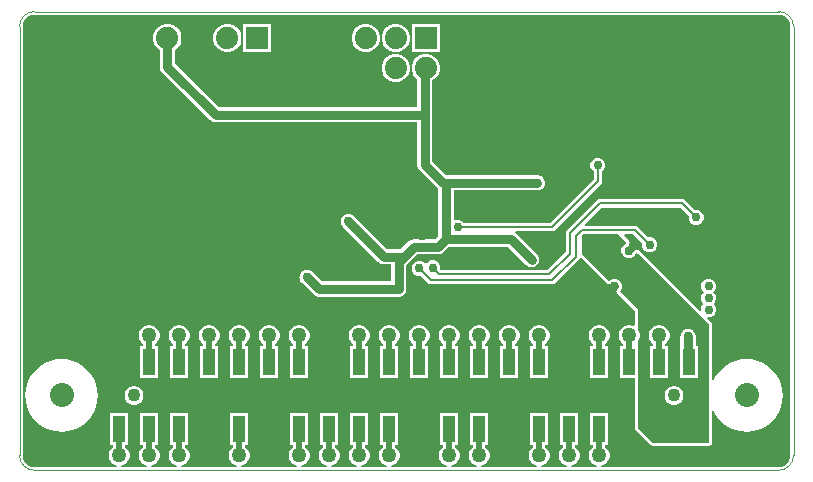
<source format=gbl>
G04*
G04 #@! TF.GenerationSoftware,Altium Limited,Altium Designer,22.2.1 (43)*
G04*
G04 Layer_Physical_Order=2*
G04 Layer_Color=16711680*
%FSLAX25Y25*%
%MOIN*%
G70*
G04*
G04 #@! TF.SameCoordinates,9D487286-0820-45C8-B7CC-BF608446F30D*
G04*
G04*
G04 #@! TF.FilePolarity,Positive*
G04*
G01*
G75*
%ADD15C,0.00800*%
%ADD17C,0.00100*%
%ADD52C,0.03000*%
%ADD54C,0.01968*%
%ADD55C,0.07400*%
%ADD56R,0.07400X0.07400*%
%ADD57C,0.08000*%
%ADD58C,0.04291*%
%ADD59C,0.03000*%
%ADD60C,0.05000*%
%ADD61R,0.04016X0.08740*%
G36*
X354031Y251801D02*
X354992Y251403D01*
X355817Y250770D01*
X356450Y249945D01*
X356848Y248984D01*
X356979Y247990D01*
X356975Y247953D01*
Y105000D01*
X356979Y104963D01*
X356848Y103969D01*
X356450Y103008D01*
X355817Y102183D01*
X354992Y101550D01*
X354031Y101152D01*
X353037Y101021D01*
X353000Y101025D01*
X293795D01*
X293729Y101525D01*
X294524Y101739D01*
X295322Y102199D01*
X295974Y102851D01*
X296435Y103649D01*
X296673Y104539D01*
Y105461D01*
X296435Y106351D01*
X295974Y107149D01*
X295322Y107801D01*
X295196Y107873D01*
Y108508D01*
X296181D01*
Y119248D01*
X290165D01*
Y108508D01*
X291150D01*
Y107873D01*
X291024Y107801D01*
X290372Y107149D01*
X289912Y106351D01*
X289673Y105461D01*
Y104539D01*
X289912Y103649D01*
X290372Y102851D01*
X291024Y102199D01*
X291822Y101739D01*
X292617Y101525D01*
X292551Y101025D01*
X283795D01*
X283729Y101525D01*
X284524Y101739D01*
X285322Y102199D01*
X285974Y102851D01*
X286435Y103649D01*
X286673Y104539D01*
Y105461D01*
X286435Y106351D01*
X285974Y107149D01*
X285322Y107801D01*
X285196Y107873D01*
Y108508D01*
X286181D01*
Y119248D01*
X280165D01*
Y108508D01*
X281150D01*
Y107873D01*
X281024Y107801D01*
X280373Y107149D01*
X279912Y106351D01*
X279673Y105461D01*
Y104539D01*
X279912Y103649D01*
X280373Y102851D01*
X281024Y102199D01*
X281822Y101739D01*
X282617Y101525D01*
X282551Y101025D01*
X273795D01*
X273729Y101525D01*
X274524Y101739D01*
X275322Y102199D01*
X275974Y102851D01*
X276435Y103649D01*
X276673Y104539D01*
Y105461D01*
X276435Y106351D01*
X275974Y107149D01*
X275322Y107801D01*
X275196Y107873D01*
Y108508D01*
X276181D01*
Y119248D01*
X270165D01*
Y108508D01*
X271150D01*
Y107873D01*
X271024Y107801D01*
X270373Y107149D01*
X269912Y106351D01*
X269673Y105461D01*
Y104539D01*
X269912Y103649D01*
X270373Y102851D01*
X271024Y102199D01*
X271822Y101739D01*
X272617Y101525D01*
X272551Y101025D01*
X253795D01*
X253729Y101525D01*
X254524Y101739D01*
X255322Y102199D01*
X255974Y102851D01*
X256435Y103649D01*
X256673Y104539D01*
Y105461D01*
X256435Y106351D01*
X255974Y107149D01*
X255322Y107801D01*
X255196Y107873D01*
Y108508D01*
X256181D01*
Y119248D01*
X250165D01*
Y108508D01*
X251150D01*
Y107873D01*
X251024Y107801D01*
X250373Y107149D01*
X249912Y106351D01*
X249673Y105461D01*
Y104539D01*
X249912Y103649D01*
X250373Y102851D01*
X251024Y102199D01*
X251822Y101739D01*
X252617Y101525D01*
X252551Y101025D01*
X243795D01*
X243729Y101525D01*
X244524Y101739D01*
X245322Y102199D01*
X245974Y102851D01*
X246435Y103649D01*
X246673Y104539D01*
Y105461D01*
X246435Y106351D01*
X245974Y107149D01*
X245322Y107801D01*
X245196Y107873D01*
Y108508D01*
X246181D01*
Y119248D01*
X240165D01*
Y108508D01*
X241150D01*
Y107873D01*
X241024Y107801D01*
X240372Y107149D01*
X239912Y106351D01*
X239673Y105461D01*
Y104539D01*
X239912Y103649D01*
X240372Y102851D01*
X241024Y102199D01*
X241822Y101739D01*
X242617Y101525D01*
X242551Y101025D01*
X223795D01*
X223729Y101525D01*
X224524Y101739D01*
X225322Y102199D01*
X225974Y102851D01*
X226435Y103649D01*
X226673Y104539D01*
Y105461D01*
X226435Y106351D01*
X225974Y107149D01*
X225322Y107801D01*
X225196Y107873D01*
Y108508D01*
X226181D01*
Y119248D01*
X220165D01*
Y108508D01*
X221150D01*
Y107873D01*
X221024Y107801D01*
X220373Y107149D01*
X219912Y106351D01*
X219673Y105461D01*
Y104539D01*
X219912Y103649D01*
X220373Y102851D01*
X221024Y102199D01*
X221822Y101739D01*
X222617Y101525D01*
X222551Y101025D01*
X213795D01*
X213729Y101525D01*
X214524Y101739D01*
X215322Y102199D01*
X215974Y102851D01*
X216435Y103649D01*
X216673Y104539D01*
Y105461D01*
X216435Y106351D01*
X215974Y107149D01*
X215322Y107801D01*
X215196Y107873D01*
Y108508D01*
X216181D01*
Y119248D01*
X210165D01*
Y108508D01*
X211150D01*
Y107873D01*
X211024Y107801D01*
X210372Y107149D01*
X209912Y106351D01*
X209673Y105461D01*
Y104539D01*
X209912Y103649D01*
X210372Y102851D01*
X211024Y102199D01*
X211822Y101739D01*
X212617Y101525D01*
X212551Y101025D01*
X203795D01*
X203729Y101525D01*
X204524Y101739D01*
X205322Y102199D01*
X205974Y102851D01*
X206435Y103649D01*
X206673Y104539D01*
Y105461D01*
X206435Y106351D01*
X205974Y107149D01*
X205322Y107801D01*
X205196Y107873D01*
Y108508D01*
X206181D01*
Y119248D01*
X200165D01*
Y108508D01*
X201150D01*
Y107873D01*
X201024Y107801D01*
X200373Y107149D01*
X199912Y106351D01*
X199673Y105461D01*
Y104539D01*
X199912Y103649D01*
X200373Y102851D01*
X201024Y102199D01*
X201822Y101739D01*
X202617Y101525D01*
X202551Y101025D01*
X193795D01*
X193729Y101525D01*
X194524Y101739D01*
X195322Y102199D01*
X195974Y102851D01*
X196435Y103649D01*
X196673Y104539D01*
Y105461D01*
X196435Y106351D01*
X195974Y107149D01*
X195322Y107801D01*
X195196Y107873D01*
Y108508D01*
X196181D01*
Y119248D01*
X190165D01*
Y108508D01*
X191150D01*
Y107873D01*
X191024Y107801D01*
X190373Y107149D01*
X189912Y106351D01*
X189673Y105461D01*
Y104539D01*
X189912Y103649D01*
X190373Y102851D01*
X191024Y102199D01*
X191822Y101739D01*
X192617Y101525D01*
X192551Y101025D01*
X173795D01*
X173729Y101525D01*
X174524Y101739D01*
X175322Y102199D01*
X175974Y102851D01*
X176435Y103649D01*
X176673Y104539D01*
Y105461D01*
X176435Y106351D01*
X175974Y107149D01*
X175322Y107801D01*
X175196Y107873D01*
Y108508D01*
X176181D01*
Y119248D01*
X170165D01*
Y108508D01*
X171150D01*
Y107873D01*
X171024Y107801D01*
X170372Y107149D01*
X169912Y106351D01*
X169673Y105461D01*
Y104539D01*
X169912Y103649D01*
X170372Y102851D01*
X171024Y102199D01*
X171822Y101739D01*
X172617Y101525D01*
X172551Y101025D01*
X153795D01*
X153729Y101525D01*
X154524Y101739D01*
X155322Y102199D01*
X155974Y102851D01*
X156435Y103649D01*
X156673Y104539D01*
Y105461D01*
X156435Y106351D01*
X155974Y107149D01*
X155322Y107801D01*
X155196Y107873D01*
Y108508D01*
X156181D01*
Y119248D01*
X150165D01*
Y108508D01*
X151150D01*
Y107873D01*
X151024Y107801D01*
X150373Y107149D01*
X149912Y106351D01*
X149673Y105461D01*
Y104539D01*
X149912Y103649D01*
X150373Y102851D01*
X151024Y102199D01*
X151822Y101739D01*
X152617Y101525D01*
X152551Y101025D01*
X143795D01*
X143729Y101525D01*
X144524Y101739D01*
X145322Y102199D01*
X145974Y102851D01*
X146435Y103649D01*
X146673Y104539D01*
Y105461D01*
X146435Y106351D01*
X145974Y107149D01*
X145322Y107801D01*
X145196Y107873D01*
Y108508D01*
X146181D01*
Y119248D01*
X140165D01*
Y108508D01*
X141150D01*
Y107873D01*
X141024Y107801D01*
X140373Y107149D01*
X139912Y106351D01*
X139673Y105461D01*
Y104539D01*
X139912Y103649D01*
X140373Y102851D01*
X141024Y102199D01*
X141822Y101739D01*
X142617Y101525D01*
X142551Y101025D01*
X133795D01*
X133729Y101525D01*
X134524Y101739D01*
X135322Y102199D01*
X135974Y102851D01*
X136435Y103649D01*
X136673Y104539D01*
Y105461D01*
X136435Y106351D01*
X135974Y107149D01*
X135322Y107801D01*
X135196Y107873D01*
Y108508D01*
X136181D01*
Y119248D01*
X130165D01*
Y108508D01*
X131150D01*
Y107873D01*
X131024Y107801D01*
X130373Y107149D01*
X129912Y106351D01*
X129673Y105461D01*
Y104539D01*
X129912Y103649D01*
X130373Y102851D01*
X131024Y102199D01*
X131822Y101739D01*
X132617Y101525D01*
X132551Y101025D01*
X105000D01*
X104963Y101021D01*
X103969Y101152D01*
X103008Y101550D01*
X102183Y102183D01*
X101550Y103008D01*
X101152Y103969D01*
X101021Y104963D01*
X101025Y105000D01*
Y247953D01*
X101021Y247990D01*
X101152Y248984D01*
X101550Y249945D01*
X102183Y250770D01*
X103008Y251403D01*
X103969Y251801D01*
X104963Y251932D01*
X105000Y251927D01*
X353000D01*
X353037Y251932D01*
X354031Y251801D01*
D02*
G37*
%LPC*%
G36*
X240094Y248795D02*
X230694D01*
Y239394D01*
X240094D01*
Y248795D01*
D02*
G37*
G36*
X226012D02*
X224775D01*
X223580Y248474D01*
X222508Y247855D01*
X221633Y246980D01*
X221014Y245909D01*
X220694Y244713D01*
Y243476D01*
X221014Y242280D01*
X221633Y241209D01*
X222508Y240334D01*
X223580Y239715D01*
X224775Y239394D01*
X226012D01*
X227208Y239715D01*
X228280Y240334D01*
X229155Y241209D01*
X229773Y242280D01*
X230094Y243476D01*
Y244713D01*
X229773Y245909D01*
X229155Y246980D01*
X228280Y247855D01*
X227208Y248474D01*
X226012Y248795D01*
D02*
G37*
G36*
X216013D02*
X214775D01*
X213580Y248474D01*
X212508Y247855D01*
X211633Y246980D01*
X211014Y245909D01*
X210694Y244713D01*
Y243476D01*
X211014Y242280D01*
X211633Y241209D01*
X212508Y240334D01*
X213580Y239715D01*
X214775Y239394D01*
X216013D01*
X217208Y239715D01*
X218280Y240334D01*
X219155Y241209D01*
X219773Y242280D01*
X220094Y243476D01*
Y244713D01*
X219773Y245909D01*
X219155Y246980D01*
X218280Y247855D01*
X217208Y248474D01*
X216013Y248795D01*
D02*
G37*
G36*
X183991D02*
X174591D01*
Y239394D01*
X183991D01*
Y248795D01*
D02*
G37*
G36*
X169910D02*
X168673D01*
X167477Y248474D01*
X166405Y247855D01*
X165530Y246980D01*
X164912Y245909D01*
X164591Y244713D01*
Y243476D01*
X164912Y242280D01*
X165530Y241209D01*
X166405Y240334D01*
X167477Y239715D01*
X168673Y239394D01*
X169910D01*
X171106Y239715D01*
X172177Y240334D01*
X173052Y241209D01*
X173671Y242280D01*
X173991Y243476D01*
Y244713D01*
X173671Y245909D01*
X173052Y246980D01*
X172177Y247855D01*
X171106Y248474D01*
X169910Y248795D01*
D02*
G37*
G36*
X226012Y238794D02*
X224775D01*
X223580Y238474D01*
X222508Y237855D01*
X221633Y236980D01*
X221014Y235909D01*
X220694Y234713D01*
Y233476D01*
X221014Y232280D01*
X221633Y231209D01*
X222508Y230334D01*
X223580Y229715D01*
X224775Y229395D01*
X226012D01*
X227208Y229715D01*
X228280Y230334D01*
X229155Y231209D01*
X229773Y232280D01*
X230094Y233476D01*
Y234713D01*
X229773Y235909D01*
X229155Y236980D01*
X228280Y237855D01*
X227208Y238474D01*
X226012Y238794D01*
D02*
G37*
G36*
X320897Y190404D02*
X320897Y190404D01*
X293369D01*
X293369Y190404D01*
X292822Y190295D01*
X292359Y189986D01*
X292359Y189986D01*
X285594Y183220D01*
X285408Y183096D01*
X285408Y183096D01*
X282455Y180143D01*
X282146Y179680D01*
X282037Y179134D01*
X282037Y179134D01*
Y172835D01*
X275984Y166782D01*
X240574D01*
X240295Y167061D01*
Y168040D01*
X239914Y168958D01*
X239211Y169662D01*
X238292Y170042D01*
X237297D01*
X236379Y169662D01*
X235748Y169031D01*
X235659Y168959D01*
X235144Y168982D01*
X234684Y169442D01*
X233765Y169823D01*
X232770D01*
X231852Y169442D01*
X231148Y168739D01*
X230768Y167820D01*
Y166825D01*
X231148Y165907D01*
X231852Y165203D01*
X232770Y164823D01*
X233749D01*
X236195Y162376D01*
X236195Y162376D01*
X236659Y162067D01*
X237205Y161958D01*
X277559D01*
X277559Y161958D01*
X278105Y162067D01*
X278568Y162376D01*
X286442Y170250D01*
X286442Y170250D01*
X286752Y170714D01*
X286757Y170740D01*
X287300Y170904D01*
X295740Y162464D01*
X296070Y162243D01*
X296461Y162165D01*
X296851Y162243D01*
X297182Y162464D01*
X297390Y162672D01*
X297934Y162898D01*
X298523D01*
X299067Y162672D01*
X299483Y162256D01*
X299709Y161712D01*
Y161123D01*
X299483Y160579D01*
X299275Y160371D01*
X299054Y160040D01*
X298976Y159650D01*
X299054Y159259D01*
X299275Y158929D01*
X305083Y153121D01*
Y148439D01*
X304650Y148189D01*
X304524Y148261D01*
X303634Y148500D01*
X302712D01*
X301822Y148261D01*
X301024Y147801D01*
X300373Y147149D01*
X299912Y146351D01*
X299673Y145461D01*
Y144539D01*
X299912Y143649D01*
X300373Y142851D01*
X301024Y142199D01*
X301150Y142127D01*
Y141492D01*
X300165D01*
Y130752D01*
X305083D01*
Y119248D01*
X305160Y118858D01*
X305161Y118856D01*
Y114094D01*
X305239Y113704D01*
X305460Y113373D01*
X310165Y108668D01*
Y108508D01*
X310337D01*
X310633Y108310D01*
X311024Y108232D01*
X329724D01*
X330115Y108310D01*
X330445Y108531D01*
X330666Y108862D01*
X330744Y109252D01*
Y120167D01*
X331244Y120267D01*
X331560Y119504D01*
X332553Y117884D01*
X333786Y116440D01*
X335231Y115206D01*
X336850Y114214D01*
X338605Y113487D01*
X340453Y113043D01*
X342347Y112894D01*
X344240Y113043D01*
X346087Y113487D01*
X347843Y114214D01*
X349462Y115206D01*
X350907Y116440D01*
X352140Y117884D01*
X353133Y119504D01*
X353860Y121259D01*
X354303Y123106D01*
X354452Y125000D01*
X354303Y126894D01*
X353860Y128741D01*
X353133Y130496D01*
X352140Y132116D01*
X350907Y133560D01*
X349462Y134794D01*
X347843Y135787D01*
X346087Y136513D01*
X344240Y136957D01*
X342347Y137106D01*
X340453Y136957D01*
X338605Y136513D01*
X336850Y135787D01*
X335231Y134794D01*
X333786Y133560D01*
X332553Y132116D01*
X331560Y130496D01*
X331244Y129733D01*
X330744Y129833D01*
Y148622D01*
X330666Y149012D01*
X330445Y149343D01*
X329245Y150543D01*
X329452Y151043D01*
X330222D01*
X331140Y151424D01*
X331844Y152127D01*
X332224Y153046D01*
Y154041D01*
X331844Y154959D01*
X331291Y155512D01*
X331844Y156064D01*
X332224Y156983D01*
Y157978D01*
X331844Y158897D01*
X331291Y159449D01*
X331844Y160001D01*
X332224Y160920D01*
Y161915D01*
X331844Y162833D01*
X331140Y163537D01*
X330222Y163917D01*
X329227D01*
X328308Y163537D01*
X327605Y162833D01*
X327224Y161915D01*
Y160920D01*
X327605Y160001D01*
X328157Y159449D01*
X327605Y158897D01*
X327224Y157978D01*
Y156983D01*
X327605Y156064D01*
X328157Y155512D01*
X327605Y154959D01*
X327224Y154041D01*
Y153271D01*
X326724Y153064D01*
X306679Y173110D01*
X306595Y173165D01*
X306524Y173236D01*
X306432Y173275D01*
X306348Y173331D01*
X306249Y173350D01*
X306157Y173389D01*
X306056D01*
X305958Y173408D01*
X305859Y173389D01*
X305759D01*
X305269Y173291D01*
X305176Y173253D01*
X305077Y173233D01*
X304994Y173177D01*
X304901Y173139D01*
X304830Y173068D01*
X304746Y173012D01*
X304691Y172929D01*
X304620Y172858D01*
X304581Y172765D01*
X304525Y172681D01*
X304405Y172390D01*
X303988Y171973D01*
X303444Y171748D01*
X302855D01*
X302311Y171973D01*
X301895Y172390D01*
X301669Y172934D01*
Y173523D01*
X301895Y174067D01*
X302311Y174483D01*
X302603Y174604D01*
X302686Y174660D01*
X302779Y174698D01*
X302850Y174769D01*
X302933Y174825D01*
X302989Y174909D01*
X303060Y174980D01*
X303099Y175072D01*
X303154Y175156D01*
X303174Y175254D01*
X303212Y175347D01*
X303310Y175838D01*
Y175938D01*
X303329Y176037D01*
X303310Y176135D01*
Y176235D01*
X303272Y176328D01*
X303252Y176427D01*
X303196Y176510D01*
X303158Y176603D01*
X303087Y176674D01*
X303031Y176758D01*
X301560Y178229D01*
X301751Y178691D01*
X304527D01*
X307539Y175678D01*
Y174700D01*
X307920Y173781D01*
X308623Y173077D01*
X309542Y172697D01*
X310537D01*
X311455Y173077D01*
X312159Y173781D01*
X312539Y174700D01*
Y175694D01*
X312159Y176613D01*
X311455Y177316D01*
X310537Y177697D01*
X309558D01*
X306128Y181128D01*
X305664Y181437D01*
X305118Y181546D01*
X305118Y181545D01*
X288610D01*
X288419Y182008D01*
X293960Y187549D01*
X320305D01*
X323009Y184846D01*
Y183867D01*
X323389Y182948D01*
X324093Y182245D01*
X325011Y181864D01*
X326006D01*
X326925Y182245D01*
X327628Y182948D01*
X328009Y183867D01*
Y184862D01*
X327628Y185781D01*
X326925Y186484D01*
X326006Y186864D01*
X325027D01*
X321906Y189986D01*
X321443Y190295D01*
X320897Y190404D01*
D02*
G37*
G36*
X149910Y248795D02*
X148673D01*
X147477Y248474D01*
X146405Y247855D01*
X145530Y246980D01*
X144912Y245909D01*
X144591Y244713D01*
Y243476D01*
X144912Y242280D01*
X145530Y241209D01*
X146405Y240334D01*
X146742Y240139D01*
Y234567D01*
X146936Y233592D01*
X147489Y232765D01*
X163552Y216702D01*
X164379Y216149D01*
X165354Y215955D01*
X232545D01*
Y201914D01*
X232739Y200939D01*
X233291Y200112D01*
X233418Y200027D01*
X233503Y199900D01*
X234418Y198985D01*
X239339Y194064D01*
X239577Y193905D01*
Y178221D01*
X238454Y177099D01*
X231425D01*
X230450Y176904D01*
X229623Y176352D01*
X227080Y173809D01*
X222513D01*
X211448Y184873D01*
X211239Y185013D01*
X211062Y185190D01*
X210830Y185286D01*
X210621Y185426D01*
X210375Y185475D01*
X210143Y185571D01*
X209892D01*
X209646Y185620D01*
X209399Y185571D01*
X209148D01*
X208916Y185475D01*
X208670Y185426D01*
X208461Y185286D01*
X208229Y185190D01*
X208052Y185013D01*
X207843Y184873D01*
X207704Y184664D01*
X207526Y184487D01*
X207430Y184255D01*
X207291Y184046D01*
X207242Y183800D01*
X207146Y183568D01*
Y183317D01*
X207097Y183071D01*
X207146Y182825D01*
Y182574D01*
X207242Y182342D01*
X207291Y182095D01*
X207430Y181887D01*
X207526Y181655D01*
X207704Y181477D01*
X207843Y181269D01*
X219654Y169457D01*
X220481Y168905D01*
X221457Y168711D01*
X223829D01*
Y162982D01*
X200859D01*
X197669Y166173D01*
X197460Y166312D01*
X197282Y166490D01*
X197050Y166586D01*
X196842Y166725D01*
X196595Y166774D01*
X196363Y166870D01*
X196112D01*
X195866Y166919D01*
X195620Y166870D01*
X195369D01*
X195137Y166774D01*
X194891Y166725D01*
X194682Y166586D01*
X194450Y166490D01*
X194272Y166312D01*
X194064Y166173D01*
X193924Y165964D01*
X193747Y165786D01*
X193651Y165554D01*
X193511Y165346D01*
X193462Y165099D01*
X193366Y164867D01*
Y164616D01*
X193317Y164370D01*
X193366Y164124D01*
Y163873D01*
X193462Y163641D01*
X193511Y163395D01*
X193651Y163186D01*
X193747Y162954D01*
X193924Y162776D01*
X194064Y162568D01*
X198001Y158631D01*
X198828Y158078D01*
X199803Y157884D01*
X226378D01*
X226624Y157933D01*
X226875D01*
X227107Y158029D01*
X227353Y158078D01*
X227562Y158218D01*
X227794Y158314D01*
X227972Y158491D01*
X228180Y158631D01*
X228320Y158839D01*
X228497Y159017D01*
X228593Y159249D01*
X228733Y159458D01*
X228782Y159704D01*
X228878Y159936D01*
Y160187D01*
X228927Y160433D01*
Y168447D01*
X232481Y172001D01*
X239510D01*
X240486Y172195D01*
X241313Y172747D01*
X243182Y174616D01*
X262724D01*
X268867Y168473D01*
X269076Y168334D01*
X269253Y168156D01*
X269485Y168060D01*
X269694Y167921D01*
X269940Y167872D01*
X270172Y167776D01*
X270423D01*
X270669Y167727D01*
X270916Y167776D01*
X271167D01*
X271398Y167872D01*
X271645Y167921D01*
X271853Y168060D01*
X272085Y168156D01*
X272263Y168334D01*
X272472Y168473D01*
X272611Y168682D01*
X272789Y168859D01*
X272885Y169091D01*
X273024Y169300D01*
X273073Y169546D01*
X273169Y169778D01*
Y170029D01*
X273218Y170276D01*
X273169Y170522D01*
Y170773D01*
X273073Y171005D01*
X273024Y171251D01*
X272885Y171460D01*
X272789Y171692D01*
X272611Y171869D01*
X272472Y172078D01*
X265582Y178968D01*
X265272Y179175D01*
X265423Y179675D01*
X277559D01*
X277559Y179675D01*
X278105Y179784D01*
X278568Y180093D01*
X293824Y195349D01*
X293824Y195349D01*
X294134Y195812D01*
X294242Y196358D01*
Y199663D01*
X294934Y200356D01*
X295315Y201274D01*
Y202269D01*
X294934Y203188D01*
X294231Y203891D01*
X293312Y204272D01*
X292318D01*
X291399Y203891D01*
X290696Y203188D01*
X290315Y202269D01*
Y201274D01*
X290696Y200356D01*
X291388Y199663D01*
Y196950D01*
X276968Y182530D01*
X248171D01*
X247479Y183222D01*
X246560Y183602D01*
X245566D01*
X245091Y183406D01*
X244675Y183683D01*
Y193317D01*
X272638D01*
X272884Y193366D01*
X273135D01*
X273367Y193462D01*
X273613Y193511D01*
X273822Y193651D01*
X274054Y193747D01*
X274232Y193924D01*
X274440Y194064D01*
X274580Y194272D01*
X274757Y194450D01*
X274853Y194682D01*
X274993Y194891D01*
X275042Y195137D01*
X275138Y195369D01*
Y195620D01*
X275187Y195866D01*
X275138Y196112D01*
Y196363D01*
X275042Y196595D01*
X274993Y196842D01*
X274853Y197050D01*
X274757Y197282D01*
X274580Y197460D01*
X274440Y197669D01*
X274232Y197808D01*
X274054Y197985D01*
X273822Y198082D01*
X273613Y198221D01*
X273367Y198270D01*
X273135Y198366D01*
X272884D01*
X272638Y198415D01*
X242198D01*
X237643Y202970D01*
Y229966D01*
X238280Y230334D01*
X239155Y231209D01*
X239773Y232280D01*
X240094Y233476D01*
Y234713D01*
X239773Y235909D01*
X239155Y236980D01*
X238280Y237855D01*
X237208Y238474D01*
X236013Y238794D01*
X234775D01*
X233580Y238474D01*
X232508Y237855D01*
X231633Y236980D01*
X231014Y235909D01*
X230694Y234713D01*
Y233476D01*
X231014Y232280D01*
X231633Y231209D01*
X232508Y230334D01*
X232545Y230312D01*
Y221053D01*
X166410D01*
X151840Y235623D01*
Y240139D01*
X152177Y240334D01*
X153052Y241209D01*
X153671Y242280D01*
X153991Y243476D01*
Y244713D01*
X153671Y245909D01*
X153052Y246980D01*
X152177Y247855D01*
X151105Y248474D01*
X149910Y248795D01*
D02*
G37*
G36*
X293634Y148500D02*
X292712D01*
X291822Y148261D01*
X291024Y147801D01*
X290372Y147149D01*
X289912Y146351D01*
X289673Y145461D01*
Y144539D01*
X289912Y143649D01*
X290372Y142851D01*
X291024Y142199D01*
X291150Y142127D01*
Y141492D01*
X290165D01*
Y130752D01*
X296181D01*
Y141492D01*
X295196D01*
Y142127D01*
X295322Y142199D01*
X295974Y142851D01*
X296435Y143649D01*
X296673Y144539D01*
Y145461D01*
X296435Y146351D01*
X295974Y147149D01*
X295322Y147801D01*
X294524Y148261D01*
X293634Y148500D01*
D02*
G37*
G36*
X273634D02*
X272712D01*
X271822Y148261D01*
X271024Y147801D01*
X270373Y147149D01*
X269912Y146351D01*
X269673Y145461D01*
Y144539D01*
X269912Y143649D01*
X270373Y142851D01*
X271024Y142199D01*
X271150Y142127D01*
Y141492D01*
X270165D01*
Y130752D01*
X276181D01*
Y141492D01*
X275196D01*
Y142127D01*
X275322Y142199D01*
X275974Y142851D01*
X276435Y143649D01*
X276673Y144539D01*
Y145461D01*
X276435Y146351D01*
X275974Y147149D01*
X275322Y147801D01*
X274524Y148261D01*
X273634Y148500D01*
D02*
G37*
G36*
X263634D02*
X262713D01*
X261822Y148261D01*
X261024Y147801D01*
X260372Y147149D01*
X259912Y146351D01*
X259673Y145461D01*
Y144539D01*
X259912Y143649D01*
X260372Y142851D01*
X261024Y142199D01*
X261150Y142127D01*
Y141492D01*
X260165D01*
Y130752D01*
X266181D01*
Y141492D01*
X265196D01*
Y142127D01*
X265322Y142199D01*
X265974Y142851D01*
X266435Y143649D01*
X266673Y144539D01*
Y145461D01*
X266435Y146351D01*
X265974Y147149D01*
X265322Y147801D01*
X264524Y148261D01*
X263634Y148500D01*
D02*
G37*
G36*
X253634D02*
X252712D01*
X251822Y148261D01*
X251024Y147801D01*
X250373Y147149D01*
X249912Y146351D01*
X249673Y145461D01*
Y144539D01*
X249912Y143649D01*
X250373Y142851D01*
X251024Y142199D01*
X251150Y142127D01*
Y141492D01*
X250165D01*
Y130752D01*
X256181D01*
Y141492D01*
X255196D01*
Y142127D01*
X255322Y142199D01*
X255974Y142851D01*
X256435Y143649D01*
X256673Y144539D01*
Y145461D01*
X256435Y146351D01*
X255974Y147149D01*
X255322Y147801D01*
X254524Y148261D01*
X253634Y148500D01*
D02*
G37*
G36*
X243634D02*
X242712D01*
X241822Y148261D01*
X241024Y147801D01*
X240372Y147149D01*
X239912Y146351D01*
X239673Y145461D01*
Y144539D01*
X239912Y143649D01*
X240372Y142851D01*
X241024Y142199D01*
X241150Y142127D01*
Y141492D01*
X240165D01*
Y130752D01*
X246181D01*
Y141492D01*
X245196D01*
Y142127D01*
X245322Y142199D01*
X245974Y142851D01*
X246435Y143649D01*
X246673Y144539D01*
Y145461D01*
X246435Y146351D01*
X245974Y147149D01*
X245322Y147801D01*
X244524Y148261D01*
X243634Y148500D01*
D02*
G37*
G36*
X233634D02*
X232713D01*
X231822Y148261D01*
X231024Y147801D01*
X230373Y147149D01*
X229912Y146351D01*
X229673Y145461D01*
Y144539D01*
X229912Y143649D01*
X230373Y142851D01*
X231024Y142199D01*
X231150Y142127D01*
Y141492D01*
X230165D01*
Y130752D01*
X236181D01*
Y141492D01*
X235196D01*
Y142127D01*
X235322Y142199D01*
X235974Y142851D01*
X236435Y143649D01*
X236673Y144539D01*
Y145461D01*
X236435Y146351D01*
X235974Y147149D01*
X235322Y147801D01*
X234524Y148261D01*
X233634Y148500D01*
D02*
G37*
G36*
X223634D02*
X222712D01*
X221822Y148261D01*
X221024Y147801D01*
X220373Y147149D01*
X219912Y146351D01*
X219673Y145461D01*
Y144539D01*
X219912Y143649D01*
X220373Y142851D01*
X221024Y142199D01*
X221150Y142127D01*
Y141492D01*
X220165D01*
Y130752D01*
X226181D01*
Y141492D01*
X225196D01*
Y142127D01*
X225322Y142199D01*
X225974Y142851D01*
X226435Y143649D01*
X226673Y144539D01*
Y145461D01*
X226435Y146351D01*
X225974Y147149D01*
X225322Y147801D01*
X224524Y148261D01*
X223634Y148500D01*
D02*
G37*
G36*
X213634D02*
X212713D01*
X211822Y148261D01*
X211024Y147801D01*
X210372Y147149D01*
X209912Y146351D01*
X209673Y145461D01*
Y144539D01*
X209912Y143649D01*
X210372Y142851D01*
X211024Y142199D01*
X211150Y142127D01*
Y141492D01*
X210165D01*
Y130752D01*
X216181D01*
Y141492D01*
X215196D01*
Y142127D01*
X215322Y142199D01*
X215974Y142851D01*
X216435Y143649D01*
X216673Y144539D01*
Y145461D01*
X216435Y146351D01*
X215974Y147149D01*
X215322Y147801D01*
X214524Y148261D01*
X213634Y148500D01*
D02*
G37*
G36*
X193634D02*
X192712D01*
X191822Y148261D01*
X191024Y147801D01*
X190373Y147149D01*
X189912Y146351D01*
X189673Y145461D01*
Y144539D01*
X189912Y143649D01*
X190373Y142851D01*
X191024Y142199D01*
X191150Y142127D01*
Y141492D01*
X190165D01*
Y130752D01*
X196181D01*
Y141492D01*
X195196D01*
Y142127D01*
X195322Y142199D01*
X195974Y142851D01*
X196435Y143649D01*
X196673Y144539D01*
Y145461D01*
X196435Y146351D01*
X195974Y147149D01*
X195322Y147801D01*
X194524Y148261D01*
X193634Y148500D01*
D02*
G37*
G36*
X183634D02*
X182712D01*
X181822Y148261D01*
X181024Y147801D01*
X180373Y147149D01*
X179912Y146351D01*
X179673Y145461D01*
Y144539D01*
X179912Y143649D01*
X180373Y142851D01*
X181024Y142199D01*
X181150Y142127D01*
Y141492D01*
X180165D01*
Y130752D01*
X186181D01*
Y141492D01*
X185196D01*
Y142127D01*
X185322Y142199D01*
X185974Y142851D01*
X186435Y143649D01*
X186673Y144539D01*
Y145461D01*
X186435Y146351D01*
X185974Y147149D01*
X185322Y147801D01*
X184524Y148261D01*
X183634Y148500D01*
D02*
G37*
G36*
X173634D02*
X172713D01*
X171822Y148261D01*
X171024Y147801D01*
X170372Y147149D01*
X169912Y146351D01*
X169673Y145461D01*
Y144539D01*
X169912Y143649D01*
X170372Y142851D01*
X171024Y142199D01*
X171150Y142127D01*
Y141492D01*
X170165D01*
Y130752D01*
X176181D01*
Y141492D01*
X175196D01*
Y142127D01*
X175322Y142199D01*
X175974Y142851D01*
X176435Y143649D01*
X176673Y144539D01*
Y145461D01*
X176435Y146351D01*
X175974Y147149D01*
X175322Y147801D01*
X174524Y148261D01*
X173634Y148500D01*
D02*
G37*
G36*
X163634D02*
X162713D01*
X161822Y148261D01*
X161024Y147801D01*
X160372Y147149D01*
X159912Y146351D01*
X159673Y145461D01*
Y144539D01*
X159912Y143649D01*
X160372Y142851D01*
X161024Y142199D01*
X161150Y142127D01*
Y141492D01*
X160165D01*
Y130752D01*
X166181D01*
Y141492D01*
X165196D01*
Y142127D01*
X165322Y142199D01*
X165974Y142851D01*
X166435Y143649D01*
X166673Y144539D01*
Y145461D01*
X166435Y146351D01*
X165974Y147149D01*
X165322Y147801D01*
X164524Y148261D01*
X163634Y148500D01*
D02*
G37*
G36*
X153634D02*
X152713D01*
X151822Y148261D01*
X151024Y147801D01*
X150373Y147149D01*
X149912Y146351D01*
X149673Y145461D01*
Y144539D01*
X149912Y143649D01*
X150373Y142851D01*
X151024Y142199D01*
X151150Y142127D01*
Y141492D01*
X150165D01*
Y130752D01*
X156181D01*
Y141492D01*
X155196D01*
Y142127D01*
X155322Y142199D01*
X155974Y142851D01*
X156435Y143649D01*
X156673Y144539D01*
Y145461D01*
X156435Y146351D01*
X155974Y147149D01*
X155322Y147801D01*
X154524Y148261D01*
X153634Y148500D01*
D02*
G37*
G36*
X143634D02*
X142712D01*
X141822Y148261D01*
X141024Y147801D01*
X140373Y147149D01*
X139912Y146351D01*
X139673Y145461D01*
Y144539D01*
X139912Y143649D01*
X140373Y142851D01*
X141024Y142199D01*
X141150Y142127D01*
Y141492D01*
X140165D01*
Y130752D01*
X146181D01*
Y141492D01*
X145196D01*
Y142127D01*
X145322Y142199D01*
X145974Y142851D01*
X146435Y143649D01*
X146673Y144539D01*
Y145461D01*
X146435Y146351D01*
X145974Y147149D01*
X145322Y147801D01*
X144524Y148261D01*
X143634Y148500D01*
D02*
G37*
G36*
X138587Y128146D02*
X137759D01*
X136959Y127931D01*
X136242Y127517D01*
X135656Y126932D01*
X135242Y126214D01*
X135028Y125414D01*
Y124586D01*
X135242Y123786D01*
X135656Y123068D01*
X136242Y122483D01*
X136959Y122069D01*
X137759Y121854D01*
X138587D01*
X139387Y122069D01*
X140105Y122483D01*
X140690Y123068D01*
X141104Y123786D01*
X141319Y124586D01*
Y125414D01*
X141104Y126214D01*
X140690Y126932D01*
X140105Y127517D01*
X139387Y127931D01*
X138587Y128146D01*
D02*
G37*
G36*
X114000Y137106D02*
X112106Y136957D01*
X110259Y136513D01*
X108504Y135786D01*
X106884Y134794D01*
X105440Y133560D01*
X104206Y132116D01*
X103214Y130496D01*
X102487Y128741D01*
X102043Y126894D01*
X101894Y125000D01*
X102043Y123106D01*
X102487Y121259D01*
X103214Y119504D01*
X104206Y117884D01*
X105440Y116440D01*
X106884Y115206D01*
X108504Y114214D01*
X110259Y113487D01*
X112106Y113043D01*
X114000Y112894D01*
X115894Y113043D01*
X117741Y113487D01*
X119496Y114214D01*
X121116Y115206D01*
X122560Y116440D01*
X123794Y117884D01*
X124786Y119504D01*
X125514Y121259D01*
X125957Y123106D01*
X126106Y125000D01*
X125957Y126894D01*
X125514Y128741D01*
X124786Y130496D01*
X123794Y132116D01*
X122560Y133560D01*
X121116Y134794D01*
X119496Y135786D01*
X117741Y136513D01*
X115894Y136957D01*
X114000Y137106D01*
D02*
G37*
%LPD*%
G36*
X302310Y176037D02*
X302212Y175546D01*
X301733Y175348D01*
X301030Y174644D01*
X300650Y173726D01*
Y172731D01*
X301030Y171812D01*
X301733Y171109D01*
X302652Y170728D01*
X303647D01*
X304566Y171109D01*
X305269Y171812D01*
X305467Y172291D01*
X305958Y172389D01*
X329724Y148622D01*
Y109252D01*
X311024D01*
X306181Y114094D01*
Y119248D01*
X306102D01*
Y130752D01*
X306181D01*
Y141492D01*
X306102D01*
Y143073D01*
X306435Y143649D01*
X306673Y144539D01*
Y145461D01*
X306435Y146351D01*
X306102Y146927D01*
Y153543D01*
X299996Y159650D01*
X300348Y160001D01*
X300728Y160920D01*
Y161915D01*
X300348Y162833D01*
X299644Y163537D01*
X298726Y163917D01*
X297731D01*
X296812Y163537D01*
X296461Y163185D01*
X287402Y172244D01*
Y178099D01*
X287993Y178691D01*
X299656D01*
X302310Y176037D01*
D02*
G37*
%LPC*%
G36*
X322835Y147234D02*
X322588Y147185D01*
X322337D01*
X322105Y147089D01*
X321859Y147040D01*
X321651Y146900D01*
X321418Y146804D01*
X321241Y146627D01*
X321032Y146487D01*
X320893Y146279D01*
X320715Y146101D01*
X320619Y145869D01*
X320480Y145660D01*
X320431Y145414D01*
X320335Y145182D01*
Y144931D01*
X320286Y144685D01*
Y141492D01*
X320165D01*
Y130752D01*
X326181D01*
Y141492D01*
X325384D01*
Y144685D01*
X325335Y144931D01*
Y145182D01*
X325239Y145414D01*
X325190Y145660D01*
X325050Y145869D01*
X324954Y146101D01*
X324777Y146279D01*
X324637Y146487D01*
X324428Y146627D01*
X324251Y146804D01*
X324019Y146900D01*
X323810Y147040D01*
X323564Y147089D01*
X323332Y147185D01*
X323081D01*
X322835Y147234D01*
D02*
G37*
G36*
X313634Y148500D02*
X312713D01*
X311822Y148261D01*
X311024Y147801D01*
X310372Y147149D01*
X309912Y146351D01*
X309673Y145461D01*
Y144539D01*
X309912Y143649D01*
X310372Y142851D01*
X311024Y142199D01*
X311150Y142127D01*
Y141492D01*
X310165D01*
Y130752D01*
X316181D01*
Y141492D01*
X315196D01*
Y142127D01*
X315322Y142199D01*
X315974Y142851D01*
X316435Y143649D01*
X316673Y144539D01*
Y145461D01*
X316435Y146351D01*
X315974Y147149D01*
X315322Y147801D01*
X314524Y148261D01*
X313634Y148500D01*
D02*
G37*
G36*
X318587Y128146D02*
X317759D01*
X316959Y127931D01*
X316242Y127517D01*
X315656Y126932D01*
X315242Y126214D01*
X315028Y125414D01*
Y124586D01*
X315242Y123786D01*
X315656Y123068D01*
X316242Y122483D01*
X316959Y122069D01*
X317759Y121854D01*
X318587D01*
X319387Y122069D01*
X320105Y122483D01*
X320690Y123068D01*
X321105Y123786D01*
X321319Y124586D01*
Y125414D01*
X321105Y126214D01*
X320690Y126932D01*
X320105Y127517D01*
X319387Y127931D01*
X318587Y128146D01*
D02*
G37*
%LPD*%
D15*
X305118Y180118D02*
X310039Y175197D01*
X287402Y180118D02*
X305118D01*
X285433Y178150D02*
X287402Y180118D01*
X286417Y182087D02*
X286479D01*
X293369Y188976D02*
X320897D01*
X283465Y179134D02*
X286417Y182087D01*
X283465Y172244D02*
Y179134D01*
X286479Y182087D02*
X293369Y188976D01*
X285433Y171260D02*
Y178150D01*
X246063Y181102D02*
X277559D01*
X292815Y196358D02*
Y201772D01*
X277559Y181102D02*
X292815Y196358D01*
X237205Y163386D02*
X277559D01*
X285433Y171260D01*
X233268Y167323D02*
X237205Y163386D01*
X233268Y167323D02*
Y167323D01*
X276575Y165354D02*
X283465Y172244D01*
X320897Y188976D02*
X325509Y184364D01*
X239983Y165354D02*
X276575D01*
X237795Y167542D02*
X239983Y165354D01*
D17*
X100000Y105000D02*
G03*
X105000Y100000I5000J0D01*
G01*
X353000D02*
G03*
X358000Y105000I0J5000D01*
G01*
Y247953D02*
G03*
X353000Y252953I-5000J0D01*
G01*
X105000D02*
G03*
X100000Y247953I0J-5000D01*
G01*
Y105000D02*
Y108661D01*
X105000Y100000D02*
X108661D01*
X348031D02*
X353000D01*
X358000Y105000D02*
Y109968D01*
Y240425D02*
Y247953D01*
X345472Y252953D02*
X353000D01*
X105000D02*
X111221D01*
X100000Y241732D02*
Y247953D01*
X108661Y100000D02*
X348031D01*
X358000Y109968D02*
Y240425D01*
X100000Y108661D02*
Y241732D01*
X111221Y252953D02*
X345472D01*
D52*
X235306Y201702D02*
X236221Y200787D01*
X235094Y233794D02*
X235394Y234095D01*
X235094Y201914D02*
Y233794D01*
X236221Y200787D02*
X241142Y195866D01*
X165354Y218504D02*
X234794D01*
X242126Y177165D02*
Y195866D01*
X231425Y174550D02*
X239510D01*
X242126Y177165D01*
X263779D01*
X228135Y171260D02*
X231425Y174550D01*
X221457Y171260D02*
X228135D01*
X226378Y169502D02*
X228135Y171260D01*
X209646Y183071D02*
X221457Y171260D01*
X199803Y160433D02*
X226378D01*
X195866Y164370D02*
X199803Y160433D01*
X226378D02*
Y169502D01*
X263779Y177165D02*
X270669Y170276D01*
X149291Y234567D02*
Y244094D01*
Y234567D02*
X165354Y218504D01*
X241142Y195866D02*
X272638D01*
X322835Y136461D02*
Y144685D01*
Y136461D02*
X323173Y136122D01*
D54*
X193173D02*
Y145000D01*
Y134547D02*
Y136122D01*
X133173Y105000D02*
Y115453D01*
X143173Y105000D02*
Y115453D01*
X153173Y105000D02*
Y115453D01*
X163173Y105000D02*
Y115453D01*
X173173Y105000D02*
Y115453D01*
X183173Y105000D02*
Y115453D01*
X193173Y105000D02*
Y115453D01*
X203173Y105000D02*
Y115453D01*
X212110Y104528D02*
X213173D01*
Y115453D01*
X223173Y105000D02*
Y115453D01*
X233173Y105000D02*
Y115453D01*
X243173Y105000D02*
Y115453D01*
X253173Y105000D02*
Y115453D01*
X263173Y104528D02*
X264472D01*
X263173D02*
Y115453D01*
X273173Y105000D02*
Y115453D01*
X283173Y105000D02*
Y115453D01*
X293173Y105000D02*
Y115453D01*
X303173Y105000D02*
Y115453D01*
X153173Y134547D02*
Y145000D01*
X163173Y134547D02*
Y145000D01*
X173173Y134547D02*
Y145000D01*
X183173Y134547D02*
Y145000D01*
X203173Y134547D02*
Y145000D01*
X213173Y134547D02*
Y145000D01*
X223173Y134547D02*
Y145000D01*
X232110Y145473D02*
X233173D01*
Y134547D02*
Y145473D01*
X243173Y134547D02*
Y145000D01*
X253173Y134547D02*
Y145000D01*
X263173Y134547D02*
Y145000D01*
X273173Y134547D02*
Y145000D01*
X283173Y145473D02*
X284472D01*
X283173Y134547D02*
Y145473D01*
X293173Y134547D02*
Y145000D01*
X303173Y134547D02*
Y145000D01*
X313173Y134547D02*
Y145000D01*
X143173Y136122D02*
Y145000D01*
X133173Y136122D02*
Y145000D01*
D55*
X169291Y244094D02*
D03*
X159291D02*
D03*
X149291D02*
D03*
X215394Y234095D02*
D03*
X225394D02*
D03*
X235394D02*
D03*
X215394Y244094D02*
D03*
X225394D02*
D03*
D56*
X179291D02*
D03*
X235394D02*
D03*
D57*
X114000Y125000D02*
D03*
X342347Y125000D02*
D03*
D58*
X138173D02*
D03*
X318173D02*
D03*
D59*
X310039Y175197D02*
D03*
X347441Y153543D02*
D03*
Y177165D02*
D03*
X257874Y187008D02*
D03*
X267717D02*
D03*
X303150Y173228D02*
D03*
X315945Y166339D02*
D03*
X322835D02*
D03*
X125000Y107283D02*
D03*
X106299D02*
D03*
X309055Y104331D02*
D03*
X320866D02*
D03*
X345472Y106299D02*
D03*
X347441Y142717D02*
D03*
Y164370D02*
D03*
Y189961D02*
D03*
Y219488D02*
D03*
X346457Y248031D02*
D03*
X327756Y247047D02*
D03*
X291004Y247006D02*
D03*
X256890Y246063D02*
D03*
X205709Y237205D02*
D03*
X206439Y212709D02*
D03*
X207677Y191929D02*
D03*
X192913Y184055D02*
D03*
X193898Y203740D02*
D03*
Y225394D02*
D03*
X194709Y246184D02*
D03*
X174213Y197835D02*
D03*
Y212598D02*
D03*
Y231299D02*
D03*
X162402D02*
D03*
X163386Y199803D02*
D03*
X166339Y165354D02*
D03*
X151575Y154528D02*
D03*
X150591Y180118D02*
D03*
X148622Y214567D02*
D03*
X130905Y230315D02*
D03*
Y198819D02*
D03*
X131890Y165354D02*
D03*
X111221Y149606D02*
D03*
Y183071D02*
D03*
X110236Y211614D02*
D03*
Y244094D02*
D03*
X226378Y160433D02*
D03*
X237795Y167542D02*
D03*
X270669Y170276D02*
D03*
X322835Y144685D02*
D03*
X272638Y195866D02*
D03*
X209646Y183071D02*
D03*
X236221Y200787D02*
D03*
X195866Y164370D02*
D03*
X281878Y201715D02*
D03*
X246063Y181102D02*
D03*
X292815Y201772D02*
D03*
X234252Y178150D02*
D03*
X226378D02*
D03*
Y186024D02*
D03*
X234252D02*
D03*
X230315Y182087D02*
D03*
X252953Y172244D02*
D03*
X257874D02*
D03*
X284449Y195866D02*
D03*
X280512Y174213D02*
D03*
X233268Y167323D02*
D03*
X299213Y195866D02*
D03*
X304134D02*
D03*
Y183071D02*
D03*
X323205Y173727D02*
D03*
X325509Y184364D02*
D03*
X329724Y157480D02*
D03*
Y153543D02*
D03*
Y161417D02*
D03*
X298228Y157480D02*
D03*
Y153543D02*
D03*
Y161417D02*
D03*
X297244Y177165D02*
D03*
X289370D02*
D03*
X293307D02*
D03*
D60*
X313173Y145000D02*
D03*
X303173D02*
D03*
X293173D02*
D03*
X283173D02*
D03*
X273173D02*
D03*
X263173D02*
D03*
X253173D02*
D03*
X243173D02*
D03*
X233173D02*
D03*
X223173D02*
D03*
X213173D02*
D03*
X203173D02*
D03*
X193173D02*
D03*
X183173D02*
D03*
X173173D02*
D03*
X163173D02*
D03*
X153173D02*
D03*
X143173D02*
D03*
X133173D02*
D03*
Y105000D02*
D03*
X143173D02*
D03*
X153173D02*
D03*
X163173D02*
D03*
X173173D02*
D03*
X183173D02*
D03*
X193173D02*
D03*
X203173D02*
D03*
X213173D02*
D03*
X223173D02*
D03*
X233173D02*
D03*
X243173D02*
D03*
X253173D02*
D03*
X263173D02*
D03*
X273173D02*
D03*
X283173D02*
D03*
X293173D02*
D03*
X303173D02*
D03*
D61*
X323173Y136122D02*
D03*
Y113878D02*
D03*
X313173Y136122D02*
D03*
Y113878D02*
D03*
X303173Y136122D02*
D03*
Y113878D02*
D03*
X293173Y136122D02*
D03*
Y113878D02*
D03*
X283173Y136122D02*
D03*
Y113878D02*
D03*
X273173Y136122D02*
D03*
Y113878D02*
D03*
X263173Y136122D02*
D03*
Y113878D02*
D03*
X253173Y136122D02*
D03*
Y113878D02*
D03*
X243173Y136122D02*
D03*
Y113878D02*
D03*
X233173Y136122D02*
D03*
Y113878D02*
D03*
X223173Y136122D02*
D03*
Y113878D02*
D03*
X213173Y136122D02*
D03*
Y113878D02*
D03*
X203173Y136122D02*
D03*
Y113878D02*
D03*
X193173Y136122D02*
D03*
Y113878D02*
D03*
X183173Y136122D02*
D03*
Y113878D02*
D03*
X173173Y136122D02*
D03*
Y113878D02*
D03*
X163173Y136122D02*
D03*
Y113878D02*
D03*
X153173Y136122D02*
D03*
Y113878D02*
D03*
X143173Y136122D02*
D03*
Y113878D02*
D03*
X133173Y136122D02*
D03*
Y113878D02*
D03*
M02*

</source>
